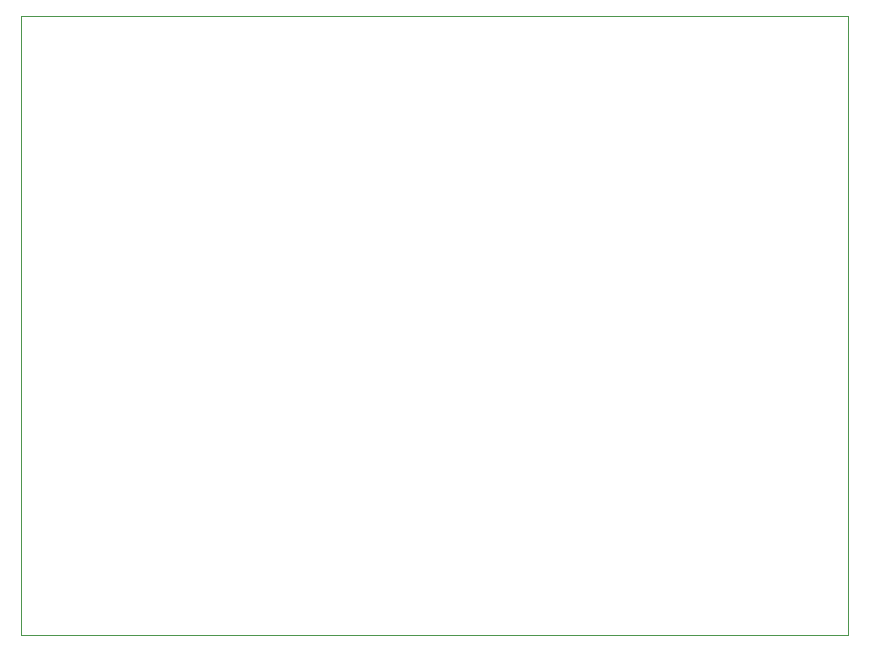
<source format=gbr>
%TF.GenerationSoftware,KiCad,Pcbnew,(5.1.10)-1*%
%TF.CreationDate,2021-06-09T13:50:48-04:00*%
%TF.ProjectId,alarmSimple.kicad_pcb,616c6172-6d53-4696-9d70-6c652e6b6963,rev?*%
%TF.SameCoordinates,Original*%
%TF.FileFunction,Profile,NP*%
%FSLAX46Y46*%
G04 Gerber Fmt 4.6, Leading zero omitted, Abs format (unit mm)*
G04 Created by KiCad (PCBNEW (5.1.10)-1) date 2021-06-09 13:50:48*
%MOMM*%
%LPD*%
G01*
G04 APERTURE LIST*
%TA.AperFunction,Profile*%
%ADD10C,0.100000*%
%TD*%
G04 APERTURE END LIST*
D10*
X28500000Y-117150000D02*
X28500000Y-64750000D01*
X98500000Y-117150000D02*
X28500000Y-117150000D01*
X98500000Y-64750000D02*
X98500000Y-117150000D01*
X28500000Y-64750000D02*
X98500000Y-64750000D01*
M02*

</source>
